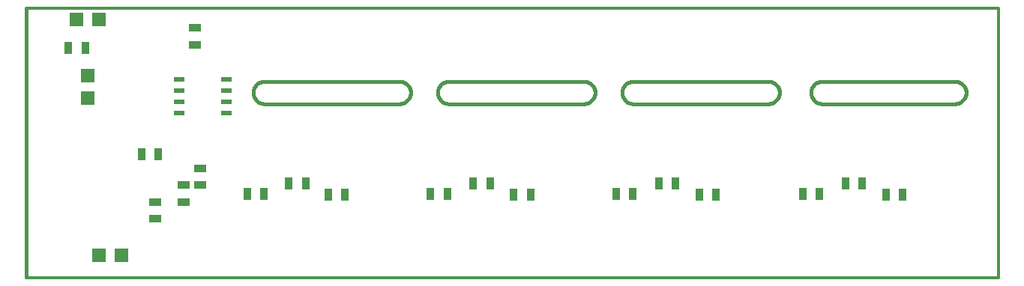
<source format=gtp>
G04 (created by PCBNEW-RS274X (20100406 SVN-R2508)-final) date 6/3/2010 9:59:45 PM*
G01*
G70*
G90*
%MOIN*%
G04 Gerber Fmt 3.4, Leading zero omitted, Abs format*
%FSLAX34Y34*%
G04 APERTURE LIST*
%ADD10C,0.006000*%
%ADD11C,0.012000*%
%ADD12C,0.015000*%
%ADD13R,0.060000X0.060000*%
%ADD14R,0.055000X0.035000*%
%ADD15R,0.035000X0.055000*%
%ADD16R,0.045000X0.020000*%
G04 APERTURE END LIST*
G54D10*
G54D11*
X64250Y-43250D02*
X21000Y-43250D01*
X64250Y-55250D02*
X64250Y-43250D01*
X21000Y-55250D02*
X64250Y-55250D01*
G54D12*
X21000Y-55200D02*
X21000Y-55000D01*
X54000Y-47500D02*
X48000Y-47500D01*
X31600Y-46500D02*
X31557Y-46502D01*
X31514Y-46508D01*
X31471Y-46518D01*
X31429Y-46531D01*
X31389Y-46547D01*
X31351Y-46567D01*
X31314Y-46591D01*
X31279Y-46617D01*
X31247Y-46647D01*
X31217Y-46679D01*
X31191Y-46714D01*
X31167Y-46751D01*
X31147Y-46789D01*
X31131Y-46829D01*
X31118Y-46871D01*
X31108Y-46914D01*
X31102Y-46957D01*
X31100Y-47000D01*
X31100Y-47000D02*
X31102Y-47043D01*
X31108Y-47086D01*
X31118Y-47129D01*
X31131Y-47171D01*
X31147Y-47211D01*
X31167Y-47249D01*
X31191Y-47286D01*
X31217Y-47321D01*
X31247Y-47353D01*
X31279Y-47383D01*
X31314Y-47409D01*
X31351Y-47433D01*
X31389Y-47453D01*
X31429Y-47469D01*
X31471Y-47482D01*
X31514Y-47492D01*
X31557Y-47498D01*
X31600Y-47500D01*
X37600Y-47500D02*
X37643Y-47498D01*
X37686Y-47492D01*
X37729Y-47482D01*
X37771Y-47469D01*
X37811Y-47453D01*
X37850Y-47433D01*
X37886Y-47409D01*
X37921Y-47383D01*
X37953Y-47353D01*
X37983Y-47321D01*
X38009Y-47286D01*
X38033Y-47249D01*
X38053Y-47211D01*
X38069Y-47171D01*
X38082Y-47129D01*
X38092Y-47086D01*
X38098Y-47043D01*
X38100Y-47000D01*
X38100Y-47000D02*
X38098Y-46957D01*
X38092Y-46914D01*
X38082Y-46871D01*
X38069Y-46829D01*
X38053Y-46789D01*
X38033Y-46751D01*
X38009Y-46714D01*
X37983Y-46679D01*
X37953Y-46647D01*
X37921Y-46617D01*
X37886Y-46591D01*
X37850Y-46567D01*
X37811Y-46547D01*
X37771Y-46531D01*
X37729Y-46518D01*
X37686Y-46508D01*
X37643Y-46502D01*
X37600Y-46500D01*
X39800Y-46500D02*
X39757Y-46502D01*
X39714Y-46508D01*
X39671Y-46518D01*
X39629Y-46531D01*
X39589Y-46547D01*
X39551Y-46567D01*
X39514Y-46591D01*
X39479Y-46617D01*
X39447Y-46647D01*
X39417Y-46679D01*
X39391Y-46714D01*
X39367Y-46751D01*
X39347Y-46789D01*
X39331Y-46829D01*
X39318Y-46871D01*
X39308Y-46914D01*
X39302Y-46957D01*
X39300Y-47000D01*
X39300Y-47000D02*
X39302Y-47043D01*
X39308Y-47086D01*
X39318Y-47129D01*
X39331Y-47171D01*
X39347Y-47211D01*
X39367Y-47249D01*
X39391Y-47286D01*
X39417Y-47321D01*
X39447Y-47353D01*
X39479Y-47383D01*
X39514Y-47409D01*
X39551Y-47433D01*
X39589Y-47453D01*
X39629Y-47469D01*
X39671Y-47482D01*
X39714Y-47492D01*
X39757Y-47498D01*
X39800Y-47500D01*
X45800Y-47500D02*
X45843Y-47498D01*
X45886Y-47492D01*
X45929Y-47482D01*
X45971Y-47469D01*
X46011Y-47453D01*
X46050Y-47433D01*
X46086Y-47409D01*
X46121Y-47383D01*
X46153Y-47353D01*
X46183Y-47321D01*
X46209Y-47286D01*
X46233Y-47249D01*
X46253Y-47211D01*
X46269Y-47171D01*
X46282Y-47129D01*
X46292Y-47086D01*
X46298Y-47043D01*
X46300Y-47000D01*
X46300Y-47000D02*
X46298Y-46957D01*
X46292Y-46914D01*
X46282Y-46871D01*
X46269Y-46829D01*
X46253Y-46789D01*
X46233Y-46751D01*
X46209Y-46714D01*
X46183Y-46679D01*
X46153Y-46647D01*
X46121Y-46617D01*
X46086Y-46591D01*
X46050Y-46567D01*
X46011Y-46547D01*
X45971Y-46531D01*
X45929Y-46518D01*
X45886Y-46508D01*
X45843Y-46502D01*
X45800Y-46500D01*
X48000Y-46500D02*
X47957Y-46502D01*
X47914Y-46508D01*
X47871Y-46518D01*
X47829Y-46531D01*
X47789Y-46547D01*
X47751Y-46567D01*
X47714Y-46591D01*
X47679Y-46617D01*
X47647Y-46647D01*
X47617Y-46679D01*
X47591Y-46714D01*
X47567Y-46751D01*
X47547Y-46789D01*
X47531Y-46829D01*
X47518Y-46871D01*
X47508Y-46914D01*
X47502Y-46957D01*
X47500Y-47000D01*
X47500Y-47000D02*
X47502Y-47043D01*
X47508Y-47086D01*
X47518Y-47129D01*
X47531Y-47171D01*
X47547Y-47211D01*
X47567Y-47249D01*
X47591Y-47286D01*
X47617Y-47321D01*
X47647Y-47353D01*
X47679Y-47383D01*
X47714Y-47409D01*
X47751Y-47433D01*
X47789Y-47453D01*
X47829Y-47469D01*
X47871Y-47482D01*
X47914Y-47492D01*
X47957Y-47498D01*
X48000Y-47500D01*
X54000Y-47500D02*
X54043Y-47498D01*
X54086Y-47492D01*
X54129Y-47482D01*
X54171Y-47469D01*
X54211Y-47453D01*
X54250Y-47433D01*
X54286Y-47409D01*
X54321Y-47383D01*
X54353Y-47353D01*
X54383Y-47321D01*
X54409Y-47286D01*
X54433Y-47249D01*
X54453Y-47211D01*
X54469Y-47171D01*
X54482Y-47129D01*
X54492Y-47086D01*
X54498Y-47043D01*
X54500Y-47000D01*
X54500Y-47000D02*
X54498Y-46957D01*
X54492Y-46914D01*
X54482Y-46871D01*
X54469Y-46829D01*
X54453Y-46789D01*
X54433Y-46751D01*
X54409Y-46714D01*
X54383Y-46679D01*
X54353Y-46647D01*
X54321Y-46617D01*
X54286Y-46591D01*
X54250Y-46567D01*
X54211Y-46547D01*
X54171Y-46531D01*
X54129Y-46518D01*
X54086Y-46508D01*
X54043Y-46502D01*
X54000Y-46500D01*
X55900Y-47000D02*
X55902Y-47043D01*
X55908Y-47086D01*
X55918Y-47129D01*
X55931Y-47171D01*
X55947Y-47211D01*
X55967Y-47249D01*
X55991Y-47286D01*
X56017Y-47321D01*
X56047Y-47353D01*
X56079Y-47383D01*
X56114Y-47409D01*
X56151Y-47433D01*
X56189Y-47453D01*
X56229Y-47469D01*
X56271Y-47482D01*
X56314Y-47492D01*
X56357Y-47498D01*
X56400Y-47500D01*
X56400Y-46500D02*
X56357Y-46502D01*
X56314Y-46508D01*
X56271Y-46518D01*
X56229Y-46531D01*
X56189Y-46547D01*
X56151Y-46567D01*
X56114Y-46591D01*
X56079Y-46617D01*
X56047Y-46647D01*
X56017Y-46679D01*
X55991Y-46714D01*
X55967Y-46751D01*
X55947Y-46789D01*
X55931Y-46829D01*
X55918Y-46871D01*
X55908Y-46914D01*
X55902Y-46957D01*
X55900Y-47000D01*
X62300Y-47500D02*
X62343Y-47498D01*
X62386Y-47492D01*
X62429Y-47482D01*
X62471Y-47469D01*
X62511Y-47453D01*
X62550Y-47433D01*
X62586Y-47409D01*
X62621Y-47383D01*
X62653Y-47353D01*
X62683Y-47321D01*
X62709Y-47286D01*
X62733Y-47249D01*
X62753Y-47211D01*
X62769Y-47171D01*
X62782Y-47129D01*
X62792Y-47086D01*
X62798Y-47043D01*
X62800Y-47000D01*
X62800Y-47000D02*
X62798Y-46957D01*
X62792Y-46914D01*
X62782Y-46871D01*
X62769Y-46829D01*
X62753Y-46789D01*
X62733Y-46751D01*
X62709Y-46714D01*
X62683Y-46679D01*
X62653Y-46647D01*
X62621Y-46617D01*
X62586Y-46591D01*
X62550Y-46567D01*
X62511Y-46547D01*
X62471Y-46531D01*
X62429Y-46518D01*
X62386Y-46508D01*
X62343Y-46502D01*
X62300Y-46500D01*
X31600Y-47500D02*
X37600Y-47500D01*
X37600Y-46500D02*
X31600Y-46500D01*
X39800Y-47500D02*
X45800Y-47500D01*
X45800Y-46500D02*
X39800Y-46500D01*
X54000Y-46500D02*
X48000Y-46500D01*
X56400Y-46500D02*
X62300Y-46500D01*
X62300Y-47500D02*
X56400Y-47500D01*
X21000Y-43250D02*
X21000Y-55000D01*
G54D13*
X25250Y-54250D03*
X24250Y-54250D03*
X23750Y-47250D03*
X23750Y-46250D03*
X24250Y-43750D03*
X23250Y-43750D03*
G54D14*
X28750Y-51125D03*
X28750Y-50375D03*
G54D15*
X51675Y-51550D03*
X50925Y-51550D03*
X32675Y-51050D03*
X33425Y-51050D03*
X39725Y-51500D03*
X38975Y-51500D03*
X31575Y-51500D03*
X30825Y-51500D03*
X40875Y-51050D03*
X41625Y-51050D03*
X43425Y-51550D03*
X42675Y-51550D03*
X35175Y-51550D03*
X34425Y-51550D03*
X47975Y-51500D03*
X47225Y-51500D03*
G54D14*
X26750Y-51875D03*
X26750Y-52625D03*
G54D15*
X23625Y-45000D03*
X22875Y-45000D03*
X26125Y-49750D03*
X26875Y-49750D03*
G54D14*
X28500Y-44125D03*
X28500Y-44875D03*
G54D15*
X56275Y-51500D03*
X55525Y-51500D03*
X57425Y-51050D03*
X58175Y-51050D03*
G54D14*
X28000Y-51125D03*
X28000Y-51875D03*
G54D15*
X49125Y-51050D03*
X49875Y-51050D03*
X59975Y-51550D03*
X59225Y-51550D03*
G54D16*
X29900Y-46400D03*
X27800Y-46400D03*
X29900Y-46900D03*
X29900Y-47400D03*
X29900Y-47900D03*
X27800Y-46900D03*
X27800Y-47400D03*
X27800Y-47900D03*
M02*

</source>
